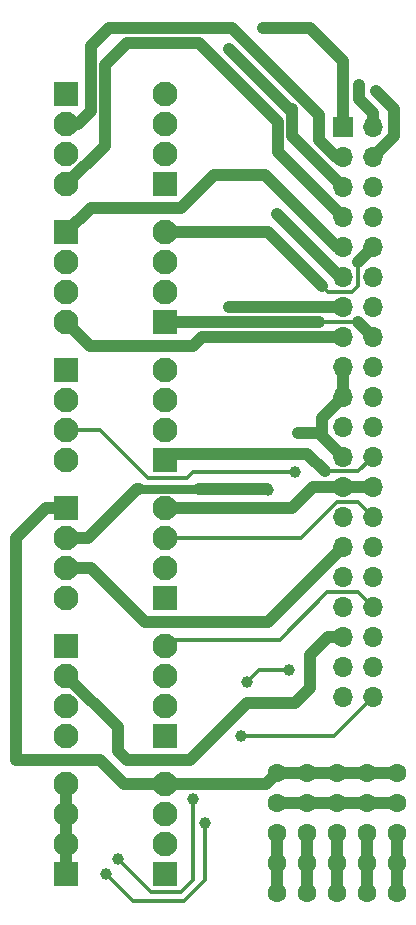
<source format=gtl>
%TF.GenerationSoftware,KiCad,Pcbnew,7.0.5-7.0.5~ubuntu22.04.1*%
%TF.CreationDate,2023-08-20T16:34:42-07:00*%
%TF.ProjectId,terminal_strip_adaptor,7465726d-696e-4616-9c5f-73747269705f,rev?*%
%TF.SameCoordinates,Original*%
%TF.FileFunction,Copper,L1,Top*%
%TF.FilePolarity,Positive*%
%FSLAX46Y46*%
G04 Gerber Fmt 4.6, Leading zero omitted, Abs format (unit mm)*
G04 Created by KiCad (PCBNEW 7.0.5-7.0.5~ubuntu22.04.1) date 2023-08-20 16:34:42*
%MOMM*%
%LPD*%
G01*
G04 APERTURE LIST*
%TA.AperFunction,ComponentPad*%
%ADD10R,2.100000X2.100000*%
%TD*%
%TA.AperFunction,ComponentPad*%
%ADD11C,2.100000*%
%TD*%
%TA.AperFunction,ComponentPad*%
%ADD12C,1.600000*%
%TD*%
%TA.AperFunction,ComponentPad*%
%ADD13R,1.700000X1.700000*%
%TD*%
%TA.AperFunction,ComponentPad*%
%ADD14O,1.700000X1.700000*%
%TD*%
%TA.AperFunction,ViaPad*%
%ADD15C,1.000000*%
%TD*%
%TA.AperFunction,Conductor*%
%ADD16C,0.350000*%
%TD*%
%TA.AperFunction,Conductor*%
%ADD17C,1.000000*%
%TD*%
%TA.AperFunction,Conductor*%
%ADD18C,0.750000*%
%TD*%
G04 APERTURE END LIST*
D10*
%TO.P,J10,1,Pin_1*%
%TO.N,/IGN_3*%
X177500000Y-73439600D03*
D11*
%TO.P,J10,2,Pin_2*%
%TO.N,/IGN_2*%
X177500000Y-70899600D03*
%TO.P,J10,3,Pin_3*%
%TO.N,/BOOST*%
X177500000Y-68359600D03*
%TO.P,J10,4,Pin_4*%
%TO.N,/IDLE_2*%
X177500000Y-65819600D03*
%TD*%
D10*
%TO.P,J8,1,Pin_1*%
%TO.N,/CRANK_VR1+*%
X177500000Y-96790800D03*
D11*
%TO.P,J8,2,Pin_2*%
%TO.N,/VR2-*%
X177500000Y-94250800D03*
%TO.P,J8,3,Pin_3*%
%TO.N,/VR1-*%
X177500000Y-91710800D03*
%TO.P,J8,4,Pin_4*%
%TO.N,/5V*%
X177500000Y-89170800D03*
%TD*%
D10*
%TO.P,J11,1,Pin_1*%
%TO.N,/PWM_IDLE*%
X177500000Y-61764000D03*
D11*
%TO.P,J11,2,Pin_2*%
%TO.N,/VVT*%
X177500000Y-59224000D03*
%TO.P,J11,3,Pin_3*%
%TO.N,/INJ2_P2*%
X177500000Y-56684000D03*
%TO.P,J11,4,Pin_4*%
%TO.N,/INJ1_P2*%
X177500000Y-54144000D03*
%TD*%
D10*
%TO.P,J13,1,Pin_1*%
%TO.N,/5V*%
X177500000Y-120142000D03*
D11*
%TO.P,J13,2,Pin_2*%
X177500000Y-117602000D03*
%TO.P,J13,3,Pin_3*%
X177500000Y-115062000D03*
%TO.P,J13,4,Pin_4*%
X177500000Y-112522000D03*
%TD*%
D10*
%TO.P,J9,1,Pin_1*%
%TO.N,/IDLE_STEP_2B*%
X177500000Y-85115200D03*
D11*
%TO.P,J9,2,Pin_2*%
%TO.N,/IDLE_STEP_2A*%
X177500000Y-82575200D03*
%TO.P,J9,3,Pin_3*%
%TO.N,/IDLE_STEP_1A*%
X177500000Y-80035200D03*
%TO.P,J9,4,Pin_4*%
%TO.N,/IDLE_STEP_1B*%
X177500000Y-77495200D03*
%TD*%
D10*
%TO.P,J6,1,Pin_1*%
%TO.N,/PROTO_4*%
X169118000Y-100838400D03*
D11*
%TO.P,J6,2,Pin_2*%
%TO.N,/PROTO_5*%
X169118000Y-103378400D03*
%TO.P,J6,3,Pin_3*%
%TO.N,/CLT*%
X169118000Y-105918400D03*
%TO.P,J6,4,Pin_4*%
%TO.N,/IAT*%
X169118000Y-108458400D03*
%TD*%
D10*
%TO.P,J12,1,Pin_1*%
%TO.N,/GND*%
X169118000Y-120142000D03*
D11*
%TO.P,J12,2,Pin_2*%
X169118000Y-117602000D03*
%TO.P,J12,3,Pin_3*%
X169118000Y-115062000D03*
%TO.P,J12,4,Pin_4*%
X169118000Y-112522000D03*
%TD*%
D12*
%TO.P,J14,1,Pin_1*%
%TO.N,/5V*%
X186944000Y-111633000D03*
%TO.P,J14,2,Pin_2*%
%TO.N,/GND*%
X186944000Y-114173000D03*
%TO.P,J14,3,Pin_3*%
%TO.N,Net-(J14-Pin_3)*%
X186944000Y-116713000D03*
%TO.P,J14,4,Pin_4*%
X186944000Y-119253000D03*
%TO.P,J14,5,Pin_5*%
X186944000Y-121793000D03*
%TO.P,J14,6,Pin_6*%
%TO.N,/5V*%
X189484000Y-111633000D03*
%TO.P,J14,7,Pin_7*%
%TO.N,/GND*%
X189484000Y-114173000D03*
%TO.P,J14,8,Pin_8*%
%TO.N,Net-(J14-Pin_10)*%
X189484000Y-116713000D03*
%TO.P,J14,9,Pin_9*%
X189484000Y-119253000D03*
%TO.P,J14,10,Pin_10*%
X189484000Y-121793000D03*
%TO.P,J14,11,Pin_11*%
%TO.N,/5V*%
X192024000Y-111633000D03*
%TO.P,J14,12,Pin_12*%
%TO.N,/GND*%
X192024000Y-114173000D03*
%TO.P,J14,13,Pin_13*%
%TO.N,Net-(J14-Pin_13)*%
X192024000Y-116713000D03*
%TO.P,J14,14,Pin_14*%
X192024000Y-119253000D03*
%TO.P,J14,15,Pin_15*%
X192024000Y-121793000D03*
%TO.P,J14,16,Pin_16*%
%TO.N,/5V*%
X194564000Y-111633000D03*
%TO.P,J14,17,Pin_17*%
%TO.N,/GND*%
X194564000Y-114173000D03*
%TO.P,J14,18,Pin_18*%
%TO.N,Net-(J14-Pin_18)*%
X194564000Y-116713000D03*
%TO.P,J14,19,Pin_19*%
X194564000Y-119253000D03*
%TO.P,J14,20,Pin_20*%
X194564000Y-121793000D03*
%TO.P,J14,21,Pin_21*%
%TO.N,/5V*%
X197104000Y-111633000D03*
%TO.P,J14,22,Pin_22*%
%TO.N,/GND*%
X197104000Y-114173000D03*
%TO.P,J14,23,Pin_23*%
%TO.N,Net-(J14-Pin_23)*%
X197104000Y-116713000D03*
%TO.P,J14,24,Pin_24*%
X197104000Y-119253000D03*
%TO.P,J14,25,Pin_25*%
X197104000Y-121793000D03*
%TD*%
D10*
%TO.P,J5,1,Pin_1*%
%TO.N,/5V*%
X169118000Y-89164800D03*
D11*
%TO.P,J5,2,Pin_2*%
%TO.N,/PROTO_1*%
X169118000Y-91704800D03*
%TO.P,J5,3,Pin_3*%
%TO.N,/PROTO_2*%
X169118000Y-94244800D03*
%TO.P,J5,4,Pin_4*%
%TO.N,/PROTO_3*%
X169118000Y-96784800D03*
%TD*%
D10*
%TO.P,J4,1,Pin_1*%
%TO.N,/GND*%
X169118000Y-77491200D03*
D11*
%TO.P,J4,2,Pin_2*%
X169118000Y-80031200D03*
%TO.P,J4,3,Pin_3*%
%TO.N,/MAP*%
X169118000Y-82571200D03*
%TO.P,J4,4,Pin_4*%
%TO.N,/GND*%
X169118000Y-85111200D03*
%TD*%
D10*
%TO.P,J7,1,Pin_1*%
%TO.N,/O2*%
X177500000Y-108466400D03*
D11*
%TO.P,J7,2,Pin_2*%
%TO.N,/TPS*%
X177500000Y-105926400D03*
%TO.P,J7,3,Pin_3*%
%TO.N,/GND*%
X177500000Y-103386400D03*
%TO.P,J7,4,Pin_4*%
%TO.N,/CAM_VR2+*%
X177500000Y-100846400D03*
%TD*%
D10*
%TO.P,J3,1,Pin_1*%
%TO.N,/INJ4_P1*%
X169118000Y-65817600D03*
D11*
%TO.P,J3,2,Pin_2*%
%TO.N,/INJ4_P2*%
X169118000Y-68357600D03*
%TO.P,J3,3,Pin_3*%
%TO.N,/IGN_1*%
X169118000Y-70897600D03*
%TO.P,J3,4,Pin_4*%
%TO.N,/IGN_4*%
X169118000Y-73437600D03*
%TD*%
D10*
%TO.P,J2,1,Pin_1*%
%TO.N,/INJ1_P1*%
X169118000Y-54144000D03*
D11*
%TO.P,J2,2,Pin_2*%
%TO.N,/INJ2_P1*%
X169118000Y-56684000D03*
%TO.P,J2,3,Pin_3*%
%TO.N,/INJ3_P1*%
X169118000Y-59224000D03*
%TO.P,J2,4,Pin_4*%
%TO.N,/INJ3_P2*%
X169118000Y-61764000D03*
%TD*%
D13*
%TO.P,J1,1,Pin_1*%
%TO.N,/INJ1_P1*%
X192532000Y-56896000D03*
D14*
%TO.P,J1,2,Pin_2*%
%TO.N,/INJ2_P1*%
X192532000Y-59436000D03*
%TO.P,J1,3,Pin_3*%
%TO.N,/INJ3_P1*%
X192532000Y-61976000D03*
%TO.P,J1,4,Pin_4*%
%TO.N,/INJ3_P2*%
X192532000Y-64516000D03*
%TO.P,J1,5,Pin_5*%
%TO.N,/INJ4_P1*%
X192532000Y-67056000D03*
%TO.P,J1,6,Pin_6*%
%TO.N,/INJ4_P2*%
X192532000Y-69596000D03*
%TO.P,J1,7,Pin_7*%
%TO.N,/IGN_1*%
X192532000Y-72136000D03*
%TO.P,J1,8,Pin_8*%
%TO.N,/IGN_4*%
X192532000Y-74676000D03*
%TO.P,J1,9,Pin_9*%
%TO.N,/GND*%
X192532000Y-77216000D03*
%TO.P,J1,10,Pin_10*%
X192532000Y-79756000D03*
%TO.P,J1,11,Pin_11*%
%TO.N,/MAP*%
X192532000Y-82296000D03*
%TO.P,J1,12,Pin_12*%
%TO.N,/GND*%
X192532000Y-84836000D03*
%TO.P,J1,13,Pin_13*%
%TO.N,/5V*%
X192532000Y-87376000D03*
%TO.P,J1,14,Pin_14*%
%TO.N,/PROTO_1*%
X192532000Y-89916000D03*
%TO.P,J1,15,Pin_15*%
%TO.N,/PROTO_2*%
X192532000Y-92456000D03*
%TO.P,J1,16,Pin_16*%
%TO.N,/PROTO_3*%
X192532000Y-94996000D03*
%TO.P,J1,17,Pin_17*%
%TO.N,/PROTO_4*%
X192532000Y-97536000D03*
%TO.P,J1,18,Pin_18*%
%TO.N,/PROTO_5*%
X192532000Y-100076000D03*
%TO.P,J1,19,Pin_19*%
%TO.N,/CLT*%
X192532000Y-102616000D03*
%TO.P,J1,20,Pin_20*%
%TO.N,/IAT*%
X192532000Y-105156000D03*
%TO.P,J1,21,Pin_21*%
%TO.N,/O2*%
X195072000Y-105156000D03*
%TO.P,J1,22,Pin_22*%
%TO.N,/TPS*%
X195072000Y-102616000D03*
%TO.P,J1,23,Pin_23*%
%TO.N,/GND*%
X195072000Y-100076000D03*
%TO.P,J1,24,Pin_24*%
%TO.N,/CAM_VR2+*%
X195072000Y-97536000D03*
%TO.P,J1,25,Pin_25*%
%TO.N,/CRANK_VR1+*%
X195072000Y-94996000D03*
%TO.P,J1,26,Pin_26*%
%TO.N,/VR2-*%
X195072000Y-92456000D03*
%TO.P,J1,27,Pin_27*%
%TO.N,/VR1-*%
X195072000Y-89916000D03*
%TO.P,J1,28,Pin_28*%
%TO.N,/5V*%
X195072000Y-87376000D03*
%TO.P,J1,29,Pin_29*%
%TO.N,/IDLE_STEP_2B*%
X195072000Y-84836000D03*
%TO.P,J1,30,Pin_30*%
%TO.N,/IDLE_STEP_2A*%
X195072000Y-82296000D03*
%TO.P,J1,31,Pin_31*%
%TO.N,/IDLE_STEP_1A*%
X195072000Y-79756000D03*
%TO.P,J1,32,Pin_32*%
%TO.N,/IDLE_STEP_1B*%
X195072000Y-77216000D03*
%TO.P,J1,33,Pin_33*%
%TO.N,/IGN_3*%
X195072000Y-74676000D03*
%TO.P,J1,34,Pin_34*%
%TO.N,/IGN_2*%
X195072000Y-72136000D03*
%TO.P,J1,35,Pin_35*%
%TO.N,/BOOST*%
X195072000Y-69596000D03*
%TO.P,J1,36,Pin_36*%
%TO.N,/IDLE_2*%
X195072000Y-67056000D03*
%TO.P,J1,37,Pin_37*%
%TO.N,/PWM_IDLE*%
X195072000Y-64516000D03*
%TO.P,J1,38,Pin_38*%
%TO.N,/VVT*%
X195072000Y-61976000D03*
%TO.P,J1,39,Pin_39*%
%TO.N,/INJ2_P2*%
X195072000Y-59436000D03*
%TO.P,J1,40,Pin_40*%
%TO.N,/INJ1_P2*%
X195072000Y-56896000D03*
%TD*%
D15*
%TO.N,/INJ1_P1*%
X185790000Y-48514000D03*
%TO.N,/INJ3_P1*%
X182880000Y-50292000D03*
%TO.N,/INJ4_P2*%
X186944000Y-64262000D03*
%TO.N,/IGN_1*%
X182880000Y-72136000D03*
%TO.N,/GND*%
X188722000Y-82804000D03*
%TO.N,/MAP*%
X188468000Y-86106000D03*
%TO.N,/PROTO_1*%
X186182000Y-87630000D03*
%TO.N,/CLT*%
X179832000Y-113792000D03*
X173482000Y-118872000D03*
%TO.N,/IAT*%
X172466000Y-120142000D03*
X180848000Y-115824000D03*
%TO.N,/O2*%
X183896000Y-108466400D03*
%TO.N,/TPS*%
X184404000Y-103886000D03*
X187960000Y-102870000D03*
%TO.N,/INJ2_P2*%
X195326000Y-53848000D03*
%TO.N,/INJ1_P2*%
X193888497Y-53340000D03*
%TD*%
D16*
%TO.N,/O2*%
X183896000Y-108466400D02*
X191761600Y-108466400D01*
X191761600Y-108466400D02*
X195072000Y-105156000D01*
D17*
%TO.N,/PROTO_5*%
X169118000Y-103378400D02*
X173482000Y-107742400D01*
X173482000Y-107742400D02*
X173482000Y-109728000D01*
X173482000Y-109728000D02*
X174244000Y-110490000D01*
X188468000Y-105664000D02*
X189738000Y-104394000D01*
X174244000Y-110490000D02*
X179578000Y-110490000D01*
X189738000Y-104394000D02*
X189738000Y-101576764D01*
X191238765Y-100076000D02*
X192532000Y-100076000D01*
X179578000Y-110490000D02*
X184404000Y-105664000D01*
X184404000Y-105664000D02*
X188468000Y-105664000D01*
X189738000Y-101576764D02*
X191238765Y-100076000D01*
%TO.N,/INJ1_P1*%
X192532000Y-51308000D02*
X192532000Y-56896000D01*
X189738000Y-48514000D02*
X192532000Y-51308000D01*
X185790000Y-48514000D02*
X189738000Y-48514000D01*
%TO.N,/INJ2_P1*%
X190500000Y-57964000D02*
X190500000Y-55880000D01*
X183134000Y-48514000D02*
X172720000Y-48514000D01*
X171196000Y-50038000D02*
X171196000Y-55566000D01*
X172720000Y-48514000D02*
X171196000Y-50038000D01*
X170078000Y-56684000D02*
X169118000Y-56684000D01*
X190500000Y-55880000D02*
X183134000Y-48514000D01*
X191972000Y-59436000D02*
X190500000Y-57964000D01*
X192532000Y-59436000D02*
X191972000Y-59436000D01*
X171196000Y-55566000D02*
X170078000Y-56684000D01*
%TO.N,/INJ3_P1*%
X188214000Y-55372000D02*
X188214000Y-57658000D01*
X187960000Y-55372000D02*
X188214000Y-55372000D01*
X188214000Y-57658000D02*
X192532000Y-61976000D01*
X182880000Y-50292000D02*
X187960000Y-55372000D01*
%TO.N,/INJ3_P2*%
X174244000Y-49784000D02*
X180340000Y-49784000D01*
X172396000Y-58486000D02*
X172396000Y-51632000D01*
X169118000Y-61764000D02*
X172396000Y-58486000D01*
X172396000Y-51632000D02*
X174244000Y-49784000D01*
X180340000Y-49784000D02*
X187014000Y-56458000D01*
X187014000Y-58998000D02*
X192532000Y-64516000D01*
X187014000Y-56458000D02*
X187014000Y-58998000D01*
%TO.N,/INJ4_P1*%
X181610000Y-60960000D02*
X185928000Y-60960000D01*
X171181600Y-63754000D02*
X178816000Y-63754000D01*
X169118000Y-65817600D02*
X171181600Y-63754000D01*
X192024000Y-67056000D02*
X192532000Y-67056000D01*
X185928000Y-60960000D02*
X192024000Y-67056000D01*
X178816000Y-63754000D02*
X181610000Y-60960000D01*
%TO.N,/INJ4_P2*%
X186944000Y-64262000D02*
X192278000Y-69596000D01*
%TO.N,/IGN_1*%
X182880000Y-72136000D02*
X192532000Y-72136000D01*
%TO.N,/IGN_4*%
X171118400Y-75438000D02*
X179843200Y-75438000D01*
X169118000Y-73437600D02*
X171118400Y-75438000D01*
X179843200Y-75438000D02*
X180605200Y-74676000D01*
X180605200Y-74676000D02*
X192532000Y-74676000D01*
%TO.N,/GND*%
X190500000Y-82804000D02*
X188722000Y-82804000D01*
X192532000Y-84836000D02*
X190754000Y-83058000D01*
X190754000Y-81534000D02*
X192532000Y-79756000D01*
X190754000Y-82550000D02*
X190500000Y-82804000D01*
X192532000Y-77216000D02*
X192532000Y-79756000D01*
X186944000Y-114173000D02*
X197104000Y-114173000D01*
X169118000Y-120142000D02*
X169118000Y-112522000D01*
X190754000Y-82550000D02*
X190754000Y-81534000D01*
X190754000Y-83058000D02*
X190754000Y-82550000D01*
D16*
%TO.N,/MAP*%
X179324000Y-86614000D02*
X179832000Y-86106000D01*
X176022000Y-86614000D02*
X179324000Y-86614000D01*
X171958000Y-82550000D02*
X176022000Y-86614000D01*
X169139200Y-82550000D02*
X171958000Y-82550000D01*
X179832000Y-86106000D02*
X188468000Y-86106000D01*
X169118000Y-82571200D02*
X169139200Y-82550000D01*
D17*
%TO.N,/5V*%
X171958000Y-110490000D02*
X164846000Y-110490000D01*
X177500000Y-112522000D02*
X186055000Y-112522000D01*
X164846000Y-91694000D02*
X167375200Y-89164800D01*
X173990000Y-112522000D02*
X171958000Y-110490000D01*
X167375200Y-89164800D02*
X169118000Y-89164800D01*
X189992000Y-87376000D02*
X188197200Y-89170800D01*
X192532000Y-87376000D02*
X189992000Y-87376000D01*
X164846000Y-110490000D02*
X164846000Y-91694000D01*
X188197200Y-89170800D02*
X177500000Y-89170800D01*
X192532000Y-87376000D02*
X195072000Y-87376000D01*
X186944000Y-111633000D02*
X197104000Y-111633000D01*
X186055000Y-112522000D02*
X186944000Y-111633000D01*
X177500000Y-112522000D02*
X173990000Y-112522000D01*
%TO.N,/PROTO_1*%
X175260000Y-87545800D02*
X175090200Y-87545800D01*
X180340000Y-87545800D02*
X186097800Y-87545800D01*
X170931200Y-91704800D02*
X169118000Y-91704800D01*
X175090200Y-87545800D02*
X170931200Y-91704800D01*
D18*
X175260000Y-87545800D02*
X176276000Y-87545800D01*
D16*
X176276000Y-87545800D02*
X175090200Y-87545800D01*
X186097800Y-87545800D02*
X186182000Y-87630000D01*
D18*
X180340000Y-87545800D02*
X176276000Y-87545800D01*
D17*
%TO.N,/PROTO_2*%
X186182000Y-98806000D02*
X192532000Y-92456000D01*
X171206800Y-94244800D02*
X175768000Y-98806000D01*
X175768000Y-98806000D02*
X186182000Y-98806000D01*
X169118000Y-94244800D02*
X171206800Y-94244800D01*
D16*
%TO.N,/CLT*%
X179832000Y-113792000D02*
X179832000Y-120660000D01*
X179832000Y-120660000D02*
X178826000Y-121666000D01*
X176276000Y-121666000D02*
X173482000Y-118872000D01*
X178826000Y-121666000D02*
X176276000Y-121666000D01*
%TO.N,/IAT*%
X180848000Y-120650000D02*
X179070000Y-122428000D01*
X180848000Y-115824000D02*
X180848000Y-120650000D01*
X179070000Y-122428000D02*
X174752000Y-122428000D01*
X174752000Y-122428000D02*
X172466000Y-120142000D01*
%TO.N,/TPS*%
X185420000Y-102870000D02*
X184404000Y-103886000D01*
X187960000Y-102870000D02*
X185420000Y-102870000D01*
%TO.N,/CAM_VR2+*%
X178016400Y-100330000D02*
X187198000Y-100330000D01*
X191217000Y-96311000D02*
X193847000Y-96311000D01*
X187198000Y-100330000D02*
X191217000Y-96311000D01*
X193847000Y-96311000D02*
X195072000Y-97536000D01*
%TO.N,/VR1-*%
X192069588Y-88646000D02*
X193802000Y-88646000D01*
X177500000Y-91710800D02*
X189004788Y-91710800D01*
X189004788Y-91710800D02*
X192069588Y-88646000D01*
X193802000Y-88646000D02*
X195072000Y-89916000D01*
%TO.N,/IDLE_STEP_2B*%
X193847000Y-86061000D02*
X195072000Y-84836000D01*
D17*
X178033200Y-84582000D02*
X189529000Y-84582000D01*
D16*
X191008000Y-86061000D02*
X193847000Y-86061000D01*
D17*
X177500000Y-85115200D02*
X178033200Y-84582000D01*
X189529000Y-84582000D02*
X191008000Y-86061000D01*
%TO.N,/IGN_3*%
X190500000Y-73406000D02*
X190466400Y-73439600D01*
D16*
X193802000Y-73406000D02*
X190500000Y-73406000D01*
D17*
X195072000Y-74676000D02*
X193802000Y-73406000D01*
X177500000Y-73439600D02*
X190466400Y-73439600D01*
%TO.N,/IDLE_2*%
X177500000Y-65819600D02*
X186215600Y-65819600D01*
D16*
X190754000Y-70358000D02*
X191262000Y-70866000D01*
D17*
X193802000Y-68326000D02*
X195072000Y-67056000D01*
D16*
X193294000Y-70866000D02*
X193802000Y-70358000D01*
X191262000Y-70866000D02*
X193294000Y-70866000D01*
X193802000Y-70358000D02*
X193802000Y-68326000D01*
D17*
X186215600Y-65819600D02*
X190754000Y-70358000D01*
%TO.N,/INJ2_P2*%
X196850000Y-55372000D02*
X196850000Y-57658000D01*
X196850000Y-57658000D02*
X195072000Y-59436000D01*
X195326000Y-53848000D02*
X196850000Y-55372000D01*
%TO.N,/INJ1_P2*%
X195072000Y-55707006D02*
X193888497Y-54523503D01*
X193888497Y-53340000D02*
X193888497Y-54523503D01*
X195072000Y-56896000D02*
X195072000Y-55707006D01*
%TO.N,Net-(J14-Pin_3)*%
X186944000Y-121793000D02*
X186944000Y-116713000D01*
%TO.N,Net-(J14-Pin_10)*%
X189484000Y-121793000D02*
X189484000Y-116713000D01*
%TO.N,Net-(J14-Pin_13)*%
X192024000Y-121793000D02*
X192024000Y-116713000D01*
%TO.N,Net-(J14-Pin_18)*%
X194564000Y-121793000D02*
X194564000Y-116713000D01*
%TO.N,Net-(J14-Pin_23)*%
X197104000Y-116713000D02*
X197104000Y-121793000D01*
%TD*%
M02*

</source>
